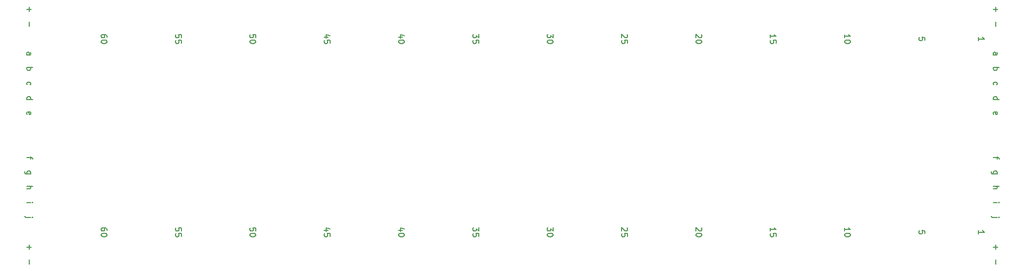
<source format=gbr>
%TF.GenerationSoftware,KiCad,Pcbnew,5.1.9-73d0e3b20d~88~ubuntu20.04.1*%
%TF.CreationDate,2021-01-27T17:20:50-06:00*%
%TF.ProjectId,ProtoPCBs,50726f74-6f50-4434-9273-2e6b69636164,rev?*%
%TF.SameCoordinates,Original*%
%TF.FileFunction,Legend,Top*%
%TF.FilePolarity,Positive*%
%FSLAX46Y46*%
G04 Gerber Fmt 4.6, Leading zero omitted, Abs format (unit mm)*
G04 Created by KiCad (PCBNEW 5.1.9-73d0e3b20d~88~ubuntu20.04.1) date 2021-01-27 17:20:50*
%MOMM*%
%LPD*%
G01*
G04 APERTURE LIST*
%ADD10C,0.150000*%
G04 APERTURE END LIST*
D10*
X233608571Y-60579047D02*
X233608571Y-61340952D01*
X233608571Y-58039047D02*
X233608571Y-58800952D01*
X233227619Y-58420000D02*
X233989523Y-58420000D01*
X233608571Y-98679047D02*
X233608571Y-99440952D01*
X233227619Y-99060000D02*
X233989523Y-99060000D01*
X233608571Y-101219047D02*
X233608571Y-101980952D01*
X68508571Y-101219047D02*
X68508571Y-101980952D01*
X68508571Y-98679047D02*
X68508571Y-99440952D01*
X68127619Y-99060000D02*
X68889523Y-99060000D01*
X68508571Y-60579047D02*
X68508571Y-61340952D01*
X68508571Y-58039047D02*
X68508571Y-58800952D01*
X68127619Y-58420000D02*
X68889523Y-58420000D01*
X68127619Y-91440000D02*
X68794285Y-91440000D01*
X69127619Y-91440000D02*
X69080000Y-91392380D01*
X69032380Y-91440000D01*
X69080000Y-91487619D01*
X69127619Y-91440000D01*
X69032380Y-91440000D01*
X68175238Y-76390476D02*
X68127619Y-76295238D01*
X68127619Y-76104761D01*
X68175238Y-76009523D01*
X68270476Y-75961904D01*
X68651428Y-75961904D01*
X68746666Y-76009523D01*
X68794285Y-76104761D01*
X68794285Y-76295238D01*
X68746666Y-76390476D01*
X68651428Y-76438095D01*
X68556190Y-76438095D01*
X68460952Y-75961904D01*
X68794285Y-86574285D02*
X67984761Y-86574285D01*
X67889523Y-86526666D01*
X67841904Y-86479047D01*
X67794285Y-86383809D01*
X67794285Y-86240952D01*
X67841904Y-86145714D01*
X68175238Y-86574285D02*
X68127619Y-86479047D01*
X68127619Y-86288571D01*
X68175238Y-86193333D01*
X68222857Y-86145714D01*
X68318095Y-86098095D01*
X68603809Y-86098095D01*
X68699047Y-86145714D01*
X68746666Y-86193333D01*
X68794285Y-86288571D01*
X68794285Y-86479047D01*
X68746666Y-86574285D01*
X68794285Y-93980000D02*
X67937142Y-93980000D01*
X67841904Y-93932380D01*
X67794285Y-93837142D01*
X67794285Y-93789523D01*
X69127619Y-93980000D02*
X69080000Y-93932380D01*
X69032380Y-93980000D01*
X69080000Y-94027619D01*
X69127619Y-93980000D01*
X69032380Y-93980000D01*
X68175238Y-71358095D02*
X68127619Y-71262857D01*
X68127619Y-71072380D01*
X68175238Y-70977142D01*
X68222857Y-70929523D01*
X68318095Y-70881904D01*
X68603809Y-70881904D01*
X68699047Y-70929523D01*
X68746666Y-70977142D01*
X68794285Y-71072380D01*
X68794285Y-71262857D01*
X68746666Y-71358095D01*
X68794285Y-83629523D02*
X68794285Y-84010476D01*
X68127619Y-83772380D02*
X68984761Y-83772380D01*
X69080000Y-83820000D01*
X69127619Y-83915238D01*
X69127619Y-84010476D01*
X68127619Y-68365714D02*
X69127619Y-68365714D01*
X68746666Y-68365714D02*
X68794285Y-68460952D01*
X68794285Y-68651428D01*
X68746666Y-68746666D01*
X68699047Y-68794285D01*
X68603809Y-68841904D01*
X68318095Y-68841904D01*
X68222857Y-68794285D01*
X68175238Y-68746666D01*
X68127619Y-68651428D01*
X68127619Y-68460952D01*
X68175238Y-68365714D01*
X68127619Y-88685714D02*
X69127619Y-88685714D01*
X68127619Y-89114285D02*
X68651428Y-89114285D01*
X68746666Y-89066666D01*
X68794285Y-88971428D01*
X68794285Y-88828571D01*
X68746666Y-88733333D01*
X68699047Y-88685714D01*
X68127619Y-66254285D02*
X68651428Y-66254285D01*
X68746666Y-66206666D01*
X68794285Y-66111428D01*
X68794285Y-65920952D01*
X68746666Y-65825714D01*
X68175238Y-66254285D02*
X68127619Y-66159047D01*
X68127619Y-65920952D01*
X68175238Y-65825714D01*
X68270476Y-65778095D01*
X68365714Y-65778095D01*
X68460952Y-65825714D01*
X68508571Y-65920952D01*
X68508571Y-66159047D01*
X68556190Y-66254285D01*
X68127619Y-73874285D02*
X69127619Y-73874285D01*
X68175238Y-73874285D02*
X68127619Y-73779047D01*
X68127619Y-73588571D01*
X68175238Y-73493333D01*
X68222857Y-73445714D01*
X68318095Y-73398095D01*
X68603809Y-73398095D01*
X68699047Y-73445714D01*
X68746666Y-73493333D01*
X68794285Y-73588571D01*
X68794285Y-73779047D01*
X68746666Y-73874285D01*
X233894285Y-93980000D02*
X233037142Y-93980000D01*
X232941904Y-93932380D01*
X232894285Y-93837142D01*
X232894285Y-93789523D01*
X234227619Y-93980000D02*
X234180000Y-93932380D01*
X234132380Y-93980000D01*
X234180000Y-94027619D01*
X234227619Y-93980000D01*
X234132380Y-93980000D01*
X233227619Y-91440000D02*
X233894285Y-91440000D01*
X234227619Y-91440000D02*
X234180000Y-91392380D01*
X234132380Y-91440000D01*
X234180000Y-91487619D01*
X234227619Y-91440000D01*
X234132380Y-91440000D01*
X233227619Y-88685714D02*
X234227619Y-88685714D01*
X233227619Y-89114285D02*
X233751428Y-89114285D01*
X233846666Y-89066666D01*
X233894285Y-88971428D01*
X233894285Y-88828571D01*
X233846666Y-88733333D01*
X233799047Y-88685714D01*
X233894285Y-86574285D02*
X233084761Y-86574285D01*
X232989523Y-86526666D01*
X232941904Y-86479047D01*
X232894285Y-86383809D01*
X232894285Y-86240952D01*
X232941904Y-86145714D01*
X233275238Y-86574285D02*
X233227619Y-86479047D01*
X233227619Y-86288571D01*
X233275238Y-86193333D01*
X233322857Y-86145714D01*
X233418095Y-86098095D01*
X233703809Y-86098095D01*
X233799047Y-86145714D01*
X233846666Y-86193333D01*
X233894285Y-86288571D01*
X233894285Y-86479047D01*
X233846666Y-86574285D01*
X233894285Y-83629523D02*
X233894285Y-84010476D01*
X233227619Y-83772380D02*
X234084761Y-83772380D01*
X234180000Y-83820000D01*
X234227619Y-83915238D01*
X234227619Y-84010476D01*
X233275238Y-76390476D02*
X233227619Y-76295238D01*
X233227619Y-76104761D01*
X233275238Y-76009523D01*
X233370476Y-75961904D01*
X233751428Y-75961904D01*
X233846666Y-76009523D01*
X233894285Y-76104761D01*
X233894285Y-76295238D01*
X233846666Y-76390476D01*
X233751428Y-76438095D01*
X233656190Y-76438095D01*
X233560952Y-75961904D01*
X233227619Y-73874285D02*
X234227619Y-73874285D01*
X233275238Y-73874285D02*
X233227619Y-73779047D01*
X233227619Y-73588571D01*
X233275238Y-73493333D01*
X233322857Y-73445714D01*
X233418095Y-73398095D01*
X233703809Y-73398095D01*
X233799047Y-73445714D01*
X233846666Y-73493333D01*
X233894285Y-73588571D01*
X233894285Y-73779047D01*
X233846666Y-73874285D01*
X233275238Y-71358095D02*
X233227619Y-71262857D01*
X233227619Y-71072380D01*
X233275238Y-70977142D01*
X233322857Y-70929523D01*
X233418095Y-70881904D01*
X233703809Y-70881904D01*
X233799047Y-70929523D01*
X233846666Y-70977142D01*
X233894285Y-71072380D01*
X233894285Y-71262857D01*
X233846666Y-71358095D01*
X233227619Y-68365714D02*
X234227619Y-68365714D01*
X233846666Y-68365714D02*
X233894285Y-68460952D01*
X233894285Y-68651428D01*
X233846666Y-68746666D01*
X233799047Y-68794285D01*
X233703809Y-68841904D01*
X233418095Y-68841904D01*
X233322857Y-68794285D01*
X233275238Y-68746666D01*
X233227619Y-68651428D01*
X233227619Y-68460952D01*
X233275238Y-68365714D01*
X233227619Y-66254285D02*
X233751428Y-66254285D01*
X233846666Y-66206666D01*
X233894285Y-66111428D01*
X233894285Y-65920952D01*
X233846666Y-65825714D01*
X233275238Y-66254285D02*
X233227619Y-66159047D01*
X233227619Y-65920952D01*
X233275238Y-65825714D01*
X233370476Y-65778095D01*
X233465714Y-65778095D01*
X233560952Y-65825714D01*
X233608571Y-65920952D01*
X233608571Y-66159047D01*
X233656190Y-66254285D01*
X158027619Y-95710476D02*
X158027619Y-96329523D01*
X157646666Y-95996190D01*
X157646666Y-96139047D01*
X157599047Y-96234285D01*
X157551428Y-96281904D01*
X157456190Y-96329523D01*
X157218095Y-96329523D01*
X157122857Y-96281904D01*
X157075238Y-96234285D01*
X157027619Y-96139047D01*
X157027619Y-95853333D01*
X157075238Y-95758095D01*
X157122857Y-95710476D01*
X158027619Y-96948571D02*
X158027619Y-97043809D01*
X157980000Y-97139047D01*
X157932380Y-97186666D01*
X157837142Y-97234285D01*
X157646666Y-97281904D01*
X157408571Y-97281904D01*
X157218095Y-97234285D01*
X157122857Y-97186666D01*
X157075238Y-97139047D01*
X157027619Y-97043809D01*
X157027619Y-96948571D01*
X157075238Y-96853333D01*
X157122857Y-96805714D01*
X157218095Y-96758095D01*
X157408571Y-96710476D01*
X157646666Y-96710476D01*
X157837142Y-96758095D01*
X157932380Y-96805714D01*
X157980000Y-96853333D01*
X158027619Y-96948571D01*
X221527619Y-96758095D02*
X221527619Y-96281904D01*
X221051428Y-96234285D01*
X221099047Y-96281904D01*
X221146666Y-96377142D01*
X221146666Y-96615238D01*
X221099047Y-96710476D01*
X221051428Y-96758095D01*
X220956190Y-96805714D01*
X220718095Y-96805714D01*
X220622857Y-96758095D01*
X220575238Y-96710476D01*
X220527619Y-96615238D01*
X220527619Y-96377142D01*
X220575238Y-96281904D01*
X220622857Y-96234285D01*
X145327619Y-95710476D02*
X145327619Y-96329523D01*
X144946666Y-95996190D01*
X144946666Y-96139047D01*
X144899047Y-96234285D01*
X144851428Y-96281904D01*
X144756190Y-96329523D01*
X144518095Y-96329523D01*
X144422857Y-96281904D01*
X144375238Y-96234285D01*
X144327619Y-96139047D01*
X144327619Y-95853333D01*
X144375238Y-95758095D01*
X144422857Y-95710476D01*
X145327619Y-97234285D02*
X145327619Y-96758095D01*
X144851428Y-96710476D01*
X144899047Y-96758095D01*
X144946666Y-96853333D01*
X144946666Y-97091428D01*
X144899047Y-97186666D01*
X144851428Y-97234285D01*
X144756190Y-97281904D01*
X144518095Y-97281904D01*
X144422857Y-97234285D01*
X144375238Y-97186666D01*
X144327619Y-97091428D01*
X144327619Y-96853333D01*
X144375238Y-96758095D01*
X144422857Y-96710476D01*
X132294285Y-96234285D02*
X131627619Y-96234285D01*
X132675238Y-95996190D02*
X131960952Y-95758095D01*
X131960952Y-96377142D01*
X132627619Y-96948571D02*
X132627619Y-97043809D01*
X132580000Y-97139047D01*
X132532380Y-97186666D01*
X132437142Y-97234285D01*
X132246666Y-97281904D01*
X132008571Y-97281904D01*
X131818095Y-97234285D01*
X131722857Y-97186666D01*
X131675238Y-97139047D01*
X131627619Y-97043809D01*
X131627619Y-96948571D01*
X131675238Y-96853333D01*
X131722857Y-96805714D01*
X131818095Y-96758095D01*
X132008571Y-96710476D01*
X132246666Y-96710476D01*
X132437142Y-96758095D01*
X132532380Y-96805714D01*
X132580000Y-96853333D01*
X132627619Y-96948571D01*
X119594285Y-96234285D02*
X118927619Y-96234285D01*
X119975238Y-95996190D02*
X119260952Y-95758095D01*
X119260952Y-96377142D01*
X119927619Y-97234285D02*
X119927619Y-96758095D01*
X119451428Y-96710476D01*
X119499047Y-96758095D01*
X119546666Y-96853333D01*
X119546666Y-97091428D01*
X119499047Y-97186666D01*
X119451428Y-97234285D01*
X119356190Y-97281904D01*
X119118095Y-97281904D01*
X119022857Y-97234285D01*
X118975238Y-97186666D01*
X118927619Y-97091428D01*
X118927619Y-96853333D01*
X118975238Y-96758095D01*
X119022857Y-96710476D01*
X230687619Y-96805714D02*
X230687619Y-96234285D01*
X230687619Y-96520000D02*
X231687619Y-96520000D01*
X231544761Y-96424761D01*
X231449523Y-96329523D01*
X231401904Y-96234285D01*
X170632380Y-95758095D02*
X170680000Y-95805714D01*
X170727619Y-95900952D01*
X170727619Y-96139047D01*
X170680000Y-96234285D01*
X170632380Y-96281904D01*
X170537142Y-96329523D01*
X170441904Y-96329523D01*
X170299047Y-96281904D01*
X169727619Y-95710476D01*
X169727619Y-96329523D01*
X170727619Y-97234285D02*
X170727619Y-96758095D01*
X170251428Y-96710476D01*
X170299047Y-96758095D01*
X170346666Y-96853333D01*
X170346666Y-97091428D01*
X170299047Y-97186666D01*
X170251428Y-97234285D01*
X170156190Y-97281904D01*
X169918095Y-97281904D01*
X169822857Y-97234285D01*
X169775238Y-97186666D01*
X169727619Y-97091428D01*
X169727619Y-96853333D01*
X169775238Y-96758095D01*
X169822857Y-96710476D01*
X81827619Y-96234285D02*
X81827619Y-96043809D01*
X81780000Y-95948571D01*
X81732380Y-95900952D01*
X81589523Y-95805714D01*
X81399047Y-95758095D01*
X81018095Y-95758095D01*
X80922857Y-95805714D01*
X80875238Y-95853333D01*
X80827619Y-95948571D01*
X80827619Y-96139047D01*
X80875238Y-96234285D01*
X80922857Y-96281904D01*
X81018095Y-96329523D01*
X81256190Y-96329523D01*
X81351428Y-96281904D01*
X81399047Y-96234285D01*
X81446666Y-96139047D01*
X81446666Y-95948571D01*
X81399047Y-95853333D01*
X81351428Y-95805714D01*
X81256190Y-95758095D01*
X81827619Y-96948571D02*
X81827619Y-97043809D01*
X81780000Y-97139047D01*
X81732380Y-97186666D01*
X81637142Y-97234285D01*
X81446666Y-97281904D01*
X81208571Y-97281904D01*
X81018095Y-97234285D01*
X80922857Y-97186666D01*
X80875238Y-97139047D01*
X80827619Y-97043809D01*
X80827619Y-96948571D01*
X80875238Y-96853333D01*
X80922857Y-96805714D01*
X81018095Y-96758095D01*
X81208571Y-96710476D01*
X81446666Y-96710476D01*
X81637142Y-96758095D01*
X81732380Y-96805714D01*
X81780000Y-96853333D01*
X81827619Y-96948571D01*
X107227619Y-96281904D02*
X107227619Y-95805714D01*
X106751428Y-95758095D01*
X106799047Y-95805714D01*
X106846666Y-95900952D01*
X106846666Y-96139047D01*
X106799047Y-96234285D01*
X106751428Y-96281904D01*
X106656190Y-96329523D01*
X106418095Y-96329523D01*
X106322857Y-96281904D01*
X106275238Y-96234285D01*
X106227619Y-96139047D01*
X106227619Y-95900952D01*
X106275238Y-95805714D01*
X106322857Y-95758095D01*
X107227619Y-96948571D02*
X107227619Y-97043809D01*
X107180000Y-97139047D01*
X107132380Y-97186666D01*
X107037142Y-97234285D01*
X106846666Y-97281904D01*
X106608571Y-97281904D01*
X106418095Y-97234285D01*
X106322857Y-97186666D01*
X106275238Y-97139047D01*
X106227619Y-97043809D01*
X106227619Y-96948571D01*
X106275238Y-96853333D01*
X106322857Y-96805714D01*
X106418095Y-96758095D01*
X106608571Y-96710476D01*
X106846666Y-96710476D01*
X107037142Y-96758095D01*
X107132380Y-96805714D01*
X107180000Y-96853333D01*
X107227619Y-96948571D01*
X183332380Y-95758095D02*
X183380000Y-95805714D01*
X183427619Y-95900952D01*
X183427619Y-96139047D01*
X183380000Y-96234285D01*
X183332380Y-96281904D01*
X183237142Y-96329523D01*
X183141904Y-96329523D01*
X182999047Y-96281904D01*
X182427619Y-95710476D01*
X182427619Y-96329523D01*
X183427619Y-96948571D02*
X183427619Y-97043809D01*
X183380000Y-97139047D01*
X183332380Y-97186666D01*
X183237142Y-97234285D01*
X183046666Y-97281904D01*
X182808571Y-97281904D01*
X182618095Y-97234285D01*
X182522857Y-97186666D01*
X182475238Y-97139047D01*
X182427619Y-97043809D01*
X182427619Y-96948571D01*
X182475238Y-96853333D01*
X182522857Y-96805714D01*
X182618095Y-96758095D01*
X182808571Y-96710476D01*
X183046666Y-96710476D01*
X183237142Y-96758095D01*
X183332380Y-96805714D01*
X183380000Y-96853333D01*
X183427619Y-96948571D01*
X207827619Y-96329523D02*
X207827619Y-95758095D01*
X207827619Y-96043809D02*
X208827619Y-96043809D01*
X208684761Y-95948571D01*
X208589523Y-95853333D01*
X208541904Y-95758095D01*
X208827619Y-96948571D02*
X208827619Y-97043809D01*
X208780000Y-97139047D01*
X208732380Y-97186666D01*
X208637142Y-97234285D01*
X208446666Y-97281904D01*
X208208571Y-97281904D01*
X208018095Y-97234285D01*
X207922857Y-97186666D01*
X207875238Y-97139047D01*
X207827619Y-97043809D01*
X207827619Y-96948571D01*
X207875238Y-96853333D01*
X207922857Y-96805714D01*
X208018095Y-96758095D01*
X208208571Y-96710476D01*
X208446666Y-96710476D01*
X208637142Y-96758095D01*
X208732380Y-96805714D01*
X208780000Y-96853333D01*
X208827619Y-96948571D01*
X94527619Y-96281904D02*
X94527619Y-95805714D01*
X94051428Y-95758095D01*
X94099047Y-95805714D01*
X94146666Y-95900952D01*
X94146666Y-96139047D01*
X94099047Y-96234285D01*
X94051428Y-96281904D01*
X93956190Y-96329523D01*
X93718095Y-96329523D01*
X93622857Y-96281904D01*
X93575238Y-96234285D01*
X93527619Y-96139047D01*
X93527619Y-95900952D01*
X93575238Y-95805714D01*
X93622857Y-95758095D01*
X94527619Y-97234285D02*
X94527619Y-96758095D01*
X94051428Y-96710476D01*
X94099047Y-96758095D01*
X94146666Y-96853333D01*
X94146666Y-97091428D01*
X94099047Y-97186666D01*
X94051428Y-97234285D01*
X93956190Y-97281904D01*
X93718095Y-97281904D01*
X93622857Y-97234285D01*
X93575238Y-97186666D01*
X93527619Y-97091428D01*
X93527619Y-96853333D01*
X93575238Y-96758095D01*
X93622857Y-96710476D01*
X195127619Y-96329523D02*
X195127619Y-95758095D01*
X195127619Y-96043809D02*
X196127619Y-96043809D01*
X195984761Y-95948571D01*
X195889523Y-95853333D01*
X195841904Y-95758095D01*
X196127619Y-97234285D02*
X196127619Y-96758095D01*
X195651428Y-96710476D01*
X195699047Y-96758095D01*
X195746666Y-96853333D01*
X195746666Y-97091428D01*
X195699047Y-97186666D01*
X195651428Y-97234285D01*
X195556190Y-97281904D01*
X195318095Y-97281904D01*
X195222857Y-97234285D01*
X195175238Y-97186666D01*
X195127619Y-97091428D01*
X195127619Y-96853333D01*
X195175238Y-96758095D01*
X195222857Y-96710476D01*
X81827619Y-63214285D02*
X81827619Y-63023809D01*
X81780000Y-62928571D01*
X81732380Y-62880952D01*
X81589523Y-62785714D01*
X81399047Y-62738095D01*
X81018095Y-62738095D01*
X80922857Y-62785714D01*
X80875238Y-62833333D01*
X80827619Y-62928571D01*
X80827619Y-63119047D01*
X80875238Y-63214285D01*
X80922857Y-63261904D01*
X81018095Y-63309523D01*
X81256190Y-63309523D01*
X81351428Y-63261904D01*
X81399047Y-63214285D01*
X81446666Y-63119047D01*
X81446666Y-62928571D01*
X81399047Y-62833333D01*
X81351428Y-62785714D01*
X81256190Y-62738095D01*
X81827619Y-63928571D02*
X81827619Y-64023809D01*
X81780000Y-64119047D01*
X81732380Y-64166666D01*
X81637142Y-64214285D01*
X81446666Y-64261904D01*
X81208571Y-64261904D01*
X81018095Y-64214285D01*
X80922857Y-64166666D01*
X80875238Y-64119047D01*
X80827619Y-64023809D01*
X80827619Y-63928571D01*
X80875238Y-63833333D01*
X80922857Y-63785714D01*
X81018095Y-63738095D01*
X81208571Y-63690476D01*
X81446666Y-63690476D01*
X81637142Y-63738095D01*
X81732380Y-63785714D01*
X81780000Y-63833333D01*
X81827619Y-63928571D01*
X94527619Y-63261904D02*
X94527619Y-62785714D01*
X94051428Y-62738095D01*
X94099047Y-62785714D01*
X94146666Y-62880952D01*
X94146666Y-63119047D01*
X94099047Y-63214285D01*
X94051428Y-63261904D01*
X93956190Y-63309523D01*
X93718095Y-63309523D01*
X93622857Y-63261904D01*
X93575238Y-63214285D01*
X93527619Y-63119047D01*
X93527619Y-62880952D01*
X93575238Y-62785714D01*
X93622857Y-62738095D01*
X94527619Y-64214285D02*
X94527619Y-63738095D01*
X94051428Y-63690476D01*
X94099047Y-63738095D01*
X94146666Y-63833333D01*
X94146666Y-64071428D01*
X94099047Y-64166666D01*
X94051428Y-64214285D01*
X93956190Y-64261904D01*
X93718095Y-64261904D01*
X93622857Y-64214285D01*
X93575238Y-64166666D01*
X93527619Y-64071428D01*
X93527619Y-63833333D01*
X93575238Y-63738095D01*
X93622857Y-63690476D01*
X107227619Y-63261904D02*
X107227619Y-62785714D01*
X106751428Y-62738095D01*
X106799047Y-62785714D01*
X106846666Y-62880952D01*
X106846666Y-63119047D01*
X106799047Y-63214285D01*
X106751428Y-63261904D01*
X106656190Y-63309523D01*
X106418095Y-63309523D01*
X106322857Y-63261904D01*
X106275238Y-63214285D01*
X106227619Y-63119047D01*
X106227619Y-62880952D01*
X106275238Y-62785714D01*
X106322857Y-62738095D01*
X107227619Y-63928571D02*
X107227619Y-64023809D01*
X107180000Y-64119047D01*
X107132380Y-64166666D01*
X107037142Y-64214285D01*
X106846666Y-64261904D01*
X106608571Y-64261904D01*
X106418095Y-64214285D01*
X106322857Y-64166666D01*
X106275238Y-64119047D01*
X106227619Y-64023809D01*
X106227619Y-63928571D01*
X106275238Y-63833333D01*
X106322857Y-63785714D01*
X106418095Y-63738095D01*
X106608571Y-63690476D01*
X106846666Y-63690476D01*
X107037142Y-63738095D01*
X107132380Y-63785714D01*
X107180000Y-63833333D01*
X107227619Y-63928571D01*
X119594285Y-63214285D02*
X118927619Y-63214285D01*
X119975238Y-62976190D02*
X119260952Y-62738095D01*
X119260952Y-63357142D01*
X119927619Y-64214285D02*
X119927619Y-63738095D01*
X119451428Y-63690476D01*
X119499047Y-63738095D01*
X119546666Y-63833333D01*
X119546666Y-64071428D01*
X119499047Y-64166666D01*
X119451428Y-64214285D01*
X119356190Y-64261904D01*
X119118095Y-64261904D01*
X119022857Y-64214285D01*
X118975238Y-64166666D01*
X118927619Y-64071428D01*
X118927619Y-63833333D01*
X118975238Y-63738095D01*
X119022857Y-63690476D01*
X132294285Y-63214285D02*
X131627619Y-63214285D01*
X132675238Y-62976190D02*
X131960952Y-62738095D01*
X131960952Y-63357142D01*
X132627619Y-63928571D02*
X132627619Y-64023809D01*
X132580000Y-64119047D01*
X132532380Y-64166666D01*
X132437142Y-64214285D01*
X132246666Y-64261904D01*
X132008571Y-64261904D01*
X131818095Y-64214285D01*
X131722857Y-64166666D01*
X131675238Y-64119047D01*
X131627619Y-64023809D01*
X131627619Y-63928571D01*
X131675238Y-63833333D01*
X131722857Y-63785714D01*
X131818095Y-63738095D01*
X132008571Y-63690476D01*
X132246666Y-63690476D01*
X132437142Y-63738095D01*
X132532380Y-63785714D01*
X132580000Y-63833333D01*
X132627619Y-63928571D01*
X145327619Y-62690476D02*
X145327619Y-63309523D01*
X144946666Y-62976190D01*
X144946666Y-63119047D01*
X144899047Y-63214285D01*
X144851428Y-63261904D01*
X144756190Y-63309523D01*
X144518095Y-63309523D01*
X144422857Y-63261904D01*
X144375238Y-63214285D01*
X144327619Y-63119047D01*
X144327619Y-62833333D01*
X144375238Y-62738095D01*
X144422857Y-62690476D01*
X145327619Y-64214285D02*
X145327619Y-63738095D01*
X144851428Y-63690476D01*
X144899047Y-63738095D01*
X144946666Y-63833333D01*
X144946666Y-64071428D01*
X144899047Y-64166666D01*
X144851428Y-64214285D01*
X144756190Y-64261904D01*
X144518095Y-64261904D01*
X144422857Y-64214285D01*
X144375238Y-64166666D01*
X144327619Y-64071428D01*
X144327619Y-63833333D01*
X144375238Y-63738095D01*
X144422857Y-63690476D01*
X158027619Y-62690476D02*
X158027619Y-63309523D01*
X157646666Y-62976190D01*
X157646666Y-63119047D01*
X157599047Y-63214285D01*
X157551428Y-63261904D01*
X157456190Y-63309523D01*
X157218095Y-63309523D01*
X157122857Y-63261904D01*
X157075238Y-63214285D01*
X157027619Y-63119047D01*
X157027619Y-62833333D01*
X157075238Y-62738095D01*
X157122857Y-62690476D01*
X158027619Y-63928571D02*
X158027619Y-64023809D01*
X157980000Y-64119047D01*
X157932380Y-64166666D01*
X157837142Y-64214285D01*
X157646666Y-64261904D01*
X157408571Y-64261904D01*
X157218095Y-64214285D01*
X157122857Y-64166666D01*
X157075238Y-64119047D01*
X157027619Y-64023809D01*
X157027619Y-63928571D01*
X157075238Y-63833333D01*
X157122857Y-63785714D01*
X157218095Y-63738095D01*
X157408571Y-63690476D01*
X157646666Y-63690476D01*
X157837142Y-63738095D01*
X157932380Y-63785714D01*
X157980000Y-63833333D01*
X158027619Y-63928571D01*
X170632380Y-62738095D02*
X170680000Y-62785714D01*
X170727619Y-62880952D01*
X170727619Y-63119047D01*
X170680000Y-63214285D01*
X170632380Y-63261904D01*
X170537142Y-63309523D01*
X170441904Y-63309523D01*
X170299047Y-63261904D01*
X169727619Y-62690476D01*
X169727619Y-63309523D01*
X170727619Y-64214285D02*
X170727619Y-63738095D01*
X170251428Y-63690476D01*
X170299047Y-63738095D01*
X170346666Y-63833333D01*
X170346666Y-64071428D01*
X170299047Y-64166666D01*
X170251428Y-64214285D01*
X170156190Y-64261904D01*
X169918095Y-64261904D01*
X169822857Y-64214285D01*
X169775238Y-64166666D01*
X169727619Y-64071428D01*
X169727619Y-63833333D01*
X169775238Y-63738095D01*
X169822857Y-63690476D01*
X183332380Y-62738095D02*
X183380000Y-62785714D01*
X183427619Y-62880952D01*
X183427619Y-63119047D01*
X183380000Y-63214285D01*
X183332380Y-63261904D01*
X183237142Y-63309523D01*
X183141904Y-63309523D01*
X182999047Y-63261904D01*
X182427619Y-62690476D01*
X182427619Y-63309523D01*
X183427619Y-63928571D02*
X183427619Y-64023809D01*
X183380000Y-64119047D01*
X183332380Y-64166666D01*
X183237142Y-64214285D01*
X183046666Y-64261904D01*
X182808571Y-64261904D01*
X182618095Y-64214285D01*
X182522857Y-64166666D01*
X182475238Y-64119047D01*
X182427619Y-64023809D01*
X182427619Y-63928571D01*
X182475238Y-63833333D01*
X182522857Y-63785714D01*
X182618095Y-63738095D01*
X182808571Y-63690476D01*
X183046666Y-63690476D01*
X183237142Y-63738095D01*
X183332380Y-63785714D01*
X183380000Y-63833333D01*
X183427619Y-63928571D01*
X195127619Y-63309523D02*
X195127619Y-62738095D01*
X195127619Y-63023809D02*
X196127619Y-63023809D01*
X195984761Y-62928571D01*
X195889523Y-62833333D01*
X195841904Y-62738095D01*
X196127619Y-64214285D02*
X196127619Y-63738095D01*
X195651428Y-63690476D01*
X195699047Y-63738095D01*
X195746666Y-63833333D01*
X195746666Y-64071428D01*
X195699047Y-64166666D01*
X195651428Y-64214285D01*
X195556190Y-64261904D01*
X195318095Y-64261904D01*
X195222857Y-64214285D01*
X195175238Y-64166666D01*
X195127619Y-64071428D01*
X195127619Y-63833333D01*
X195175238Y-63738095D01*
X195222857Y-63690476D01*
X207827619Y-63309523D02*
X207827619Y-62738095D01*
X207827619Y-63023809D02*
X208827619Y-63023809D01*
X208684761Y-62928571D01*
X208589523Y-62833333D01*
X208541904Y-62738095D01*
X208827619Y-63928571D02*
X208827619Y-64023809D01*
X208780000Y-64119047D01*
X208732380Y-64166666D01*
X208637142Y-64214285D01*
X208446666Y-64261904D01*
X208208571Y-64261904D01*
X208018095Y-64214285D01*
X207922857Y-64166666D01*
X207875238Y-64119047D01*
X207827619Y-64023809D01*
X207827619Y-63928571D01*
X207875238Y-63833333D01*
X207922857Y-63785714D01*
X208018095Y-63738095D01*
X208208571Y-63690476D01*
X208446666Y-63690476D01*
X208637142Y-63738095D01*
X208732380Y-63785714D01*
X208780000Y-63833333D01*
X208827619Y-63928571D01*
X221527619Y-63738095D02*
X221527619Y-63261904D01*
X221051428Y-63214285D01*
X221099047Y-63261904D01*
X221146666Y-63357142D01*
X221146666Y-63595238D01*
X221099047Y-63690476D01*
X221051428Y-63738095D01*
X220956190Y-63785714D01*
X220718095Y-63785714D01*
X220622857Y-63738095D01*
X220575238Y-63690476D01*
X220527619Y-63595238D01*
X220527619Y-63357142D01*
X220575238Y-63261904D01*
X220622857Y-63214285D01*
X230687619Y-63785714D02*
X230687619Y-63214285D01*
X230687619Y-63500000D02*
X231687619Y-63500000D01*
X231544761Y-63404761D01*
X231449523Y-63309523D01*
X231401904Y-63214285D01*
M02*

</source>
